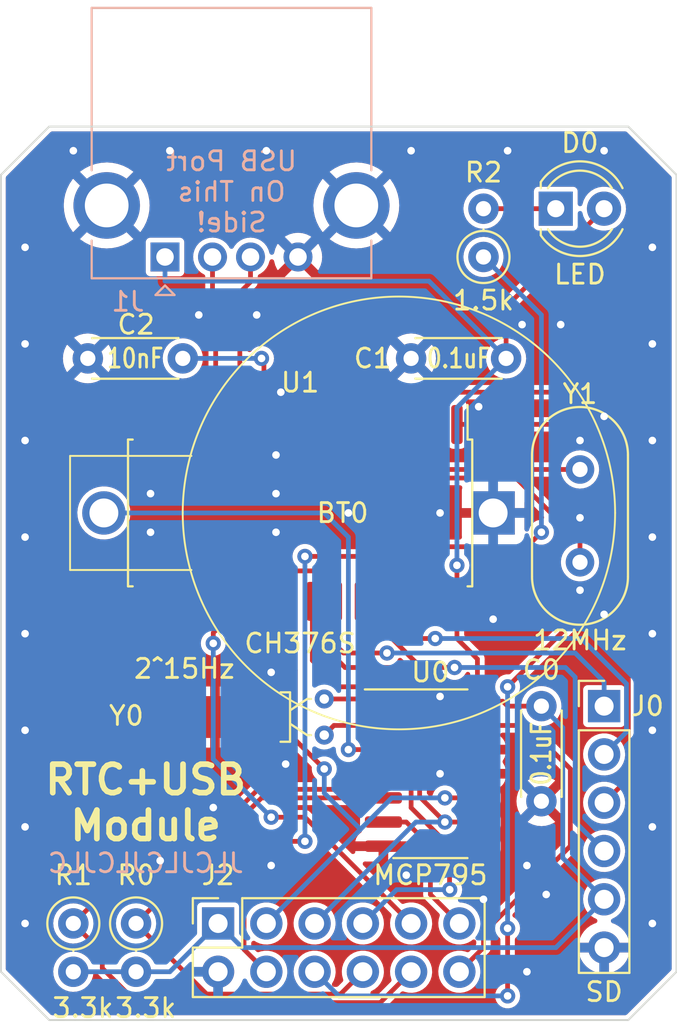
<source format=kicad_pcb>
(kicad_pcb (version 20211014) (generator pcbnew)
  (layers (0 "F.Cu" signal) (31 "B.Cu" signal) (34 "B.Paste" user) (35 "F.Paste" user) (36 "B.SilkS" user "B.Silkscreen") (37 "F.SilkS" user "F.Silkscreen") (38 "B.Mask" user) (39 "F.Mask" user) (44 "Edge.Cuts" user))
  (net 0 "")
  (net 1 "/GND")
  (net 2 "/VBAT")
  (net 3 "Net-(D0-Pad1)")
  (net 4 "/5V")
  (net 5 "/~{SD_SS}")
  (net 6 "/SD_SCK")
  (net 7 "/SD_MOSI")
  (net 8 "/SD_MISO")
  (net 9 "Net-(J1-Pad2)")
  (net 10 "Net-(J1-Pad3)")
  (net 11 "/SCK")
  (net 12 "/~{ACT}")
  (net 13 "/MOSI")
  (net 14 "/~{IRQ0}")
  (net 15 "/MISO")
  (net 16 "/~{IRQ1}")
  (net 17 "/~{SS0}")
  (net 18 "/~{IRQ2}")
  (net 19 "/~{SS1}")
  (net 20 "/CLKOUT")
  (net 25 "/3V3")
  (net 31 "Net-(Y0-Pad1)")
  (net 32 "Net-(Y0-Pad2)")
  (net 33 "Net-(Y1-Pad2)")
  (net 34 "Net-(Y1-Pad1)")
  (footprint "Resistor_THT:R_Axial_DIN0207_L6.3mm_D2.5mm_P2.54mm_Vertical" (layer "F.Cu") (at 137.922 142.24 -90)
    (fp_text reference "R0" (at -2.54 0 180) (layer "F.SilkS"))
    (fp_text value "3.3k" (at 4.445 -0.508 180) (layer "F.SilkS"))
    (fp_line (start 1.37 0) (end 1.44 0) (layer "F.SilkS") (width 0.12))
    (fp_circle (center 0 0) (end 1.37 0) (layer "F.SilkS") (width 0.12) (fill none))
    (pad "1" thru_hole circle (at 0 0 270) (size 1.6 1.6) (drill 0.8) (layers *.Cu *.Mask) (net 16 "/~{IRQ1}"))
    (pad "2" thru_hole oval (at 2.54 0 270) (size 1.6 1.6) (drill 0.8) (layers *.Cu *.Mask) (net 4 "/5V"))
  )
  (footprint "Package_SO:SOIC-14_3.9x8.7mm_P1.27mm" (layer "F.Cu") (at 153.416 134.366)
    (fp_text reference "U0" (at 0 -5.334) (layer "F.SilkS"))
    (fp_text value "MCP795" (at 0 5.334) (layer "F.SilkS"))
    (fp_line (start 0 4.435) (end 1.95 4.435) (layer "F.SilkS") (width 0.12))
    (fp_line (start 0 4.435) (end -1.95 4.435) (layer "F.SilkS") (width 0.12))
    (fp_line (start 0 -4.435) (end -3.45 -4.435) (layer "F.SilkS") (width 0.12))
    (fp_line (start 0 -4.435) (end 1.95 -4.435) (layer "F.SilkS") (width 0.12))
    (pad "1" smd roundrect (at -2.475 -3.81) (size 1.95 0.6) (layers "F.Cu" "F.Paste" "F.Mask") (net 31 "Net-(Y0-Pad1)"))
    (pad "2" smd roundrect (at -2.475 -2.54) (size 1.95 0.6) (layers "F.Cu" "F.Paste" "F.Mask") (net 32 "Net-(Y0-Pad2)"))
    (pad "3" smd roundrect (at -2.475 -1.27) (size 1.95 0.6) (layers "F.Cu" "F.Paste" "F.Mask") (net 2 "/VBAT"))
    (pad "4" smd roundrect (at -2.475 0) (size 1.95 0.6) (layers "F.Cu" "F.Paste" "F.Mask") (net 18 "/~{IRQ2}"))
    (pad "5" smd roundrect (at -2.475 1.27) (size 1.95 0.6) (layers "F.Cu" "F.Paste" "F.Mask") (net 16 "/~{IRQ1}"))
    (pad "6" smd roundrect (at -2.475 2.54) (size 1.95 0.6) (layers "F.Cu" "F.Paste" "F.Mask") (net 19 "/~{SS1}"))
    (pad "7" smd roundrect (at -2.475 3.81) (size 1.95 0.6) (layers "F.Cu" "F.Paste" "F.Mask") (net 1 "/GND"))
    (pad "8" smd roundrect (at 2.475 3.81) (size 1.95 0.6) (layers "F.Cu" "F.Paste" "F.Mask") (net 15 "/MISO"))
    (pad "9" smd roundrect (at 2.475 2.54) (size 1.95 0.6) (layers "F.Cu" "F.Paste" "F.Mask") (net 13 "/MOSI"))
    (pad "10" smd roundrect (at 2.475 1.27) (size 1.95 0.6) (layers "F.Cu" "F.Paste" "F.Mask") (net 11 "/SCK"))
    (pad "11" smd roundrect (at 2.475 0) (size 1.95 0.6) (layers "F.Cu" "F.Paste" "F.Mask") (net 1 "/GND"))
    (pad "12" smd roundrect (at 2.475 -1.27) (size 1.95 0.6) (layers "F.Cu" "F.Paste" "F.Mask") (net 1 "/GND"))
    (pad "13" smd roundrect (at 2.475 -2.54) (size 1.95 0.6) (layers "F.Cu" "F.Paste" "F.Mask") (net 20 "/CLKOUT"))
    (pad "14" smd roundrect (at 2.475 -3.81) (size 1.95 0.6) (layers "F.Cu" "F.Paste" "F.Mask") (net 4 "/5V"))
  )
  (footprint "Capacitor_THT:C_Disc_D4.3mm_W1.9mm_P5.00mm" (layer "F.Cu") (at 152.4 112.522)
    (fp_text reference "C1" (at -2.032 0) (layer "F.SilkS"))
    (fp_text value "0.1uF" (at 2.5 0) (layer "F.SilkS") (effects (font (size 1 0.8))))
    (fp_line (start 0.23 1.055) (end 0.23 1.07) (layer "F.SilkS") (width 0.12))
    (fp_line (start 4.77 -1.07) (end 4.77 -1.055) (layer "F.SilkS") (width 0.12))
    (fp_line (start 0.23 1.07) (end 4.77 1.07) (layer "F.SilkS") (width 0.12))
    (fp_line (start 4.77 1.055) (end 4.77 1.07) (layer "F.SilkS") (width 0.12))
    (fp_line (start 0.23 -1.07) (end 0.23 -1.055) (layer "F.SilkS") (width 0.12))
    (fp_line (start 0.23 -1.07) (end 4.77 -1.07) (layer "F.SilkS") (width 0.12))
    (pad "1" thru_hole circle (at 0 0) (size 1.6 1.6) (drill 0.8) (layers *.Cu *.Mask) (net 1 "/GND"))
    (pad "2" thru_hole circle (at 5 0) (size 1.6 1.6) (drill 0.8) (layers *.Cu *.Mask) (net 4 "/5V"))
  )
  (footprint "LED_THT:LED_D4.0mm" (layer "F.Cu") (at 160.015 104.648)
    (fp_text reference "D0" (at 1.27 -3.46) (layer "F.SilkS"))
    (fp_text value "LED" (at 1.27 3.46) (layer "F.SilkS"))
    (fp_line (start -0.79 -1.399) (end -0.79 -1.08) (layer "F.SilkS") (width 0.12))
    (fp_line (start -0.79 1.08) (end -0.79 1.399) (layer "F.SilkS") (width 0.12))
    (fp_arc (start 3.513242 1.080724) (mid 1.453519 2.483228) (end -0.79 1.398749) (layer "F.SilkS") (width 0.12))
    (fp_arc (start 2.952713 1.080961) (mid 1.269429 2) (end -0.41333 1.08) (layer "F.SilkS") (width 0.12))
    (fp_arc (start -0.41333 -1.08) (mid 1.269429 -2) (end 2.952713 -1.080961) (layer "F.SilkS") (width 0.12))
    (fp_arc (start -0.79 -1.398749) (mid 1.453519 -2.483228) (end 3.513242 -1.080724) (layer "F.SilkS") (width 0.12))
    (pad "1" thru_hole rect (at 0 0) (size 1.8 1.8) (drill 0.9) (layers *.Cu *.Mask) (net 3 "Net-(D0-Pad1)"))
    (pad "2" thru_hole circle (at 2.54 0) (size 1.8 1.8) (drill 0.9) (layers *.Cu *.Mask) (net 4 "/5V"))
  )
  (footprint "USB_RTC_Module:CR2032" (layer "F.Cu") (at 156.718 120.65 180)
    (fp_text reference "BT0" (at 7.925 0) (layer "F.SilkS"))
    (fp_text value "CR2032" hide)
    (fp_line (start 22.27 -3) (end 22.27 3) (layer "F.SilkS") (width 0.1))
    (fp_line (start -6.42 0) (end -6.42 0) (layer "F.SilkS") (width 0.1))
    (fp_line (start 16.34 0) (end 16.34 0) (layer "F.SilkS") (width 0.1))
    (fp_line (start 22.27 3) (end 15.88 3) (layer "F.SilkS") (width 0.1))
    (fp_line (start 15.88 -3) (end 22.27 -3) (layer "F.SilkS") (width 0.1))
    (fp_arc (start -6.42 0) (mid 4.96 -11.38) (end 16.34 0) (layer "F.SilkS") (width 0.1))
    (fp_arc (start 16.34 0) (mid 4.96 11.38) (end -6.42 0) (layer "F.SilkS") (width 0.1))
    (pad "1" thru_hole rect (at 0 0 180) (size 2.28 2.28) (drill 1.52) (layers *.Cu *.Mask) (net 1 "/GND"))
    (pad "2" thru_hole circle (at 20.49 0 180) (size 2.28 2.28) (drill 1.52) (layers *.Cu *.Mask) (net 2 "/VBAT"))
  )
  (footprint "Capacitor_THT:C_Disc_D4.3mm_W1.9mm_P5.00mm" (layer "F.Cu") (at 159.258 135.81 90)
    (fp_text reference "C0" (at 6.905 0 180) (layer "F.SilkS"))
    (fp_text value "0.1uF" (at 2.5 0 90) (layer "F.SilkS") (effects (font (size 1 0.8))))
    (fp_line (start 0.23 1.055) (end 0.23 1.07) (layer "F.SilkS") (width 0.12))
    (fp_line (start 0.23 -1.07) (end 0.23 -1.055) (layer "F.SilkS") (width 0.12))
    (fp_line (start 4.77 -1.07) (end 4.77 -1.055) (layer "F.SilkS") (width 0.12))
    (fp_line (start 0.23 1.07) (end 4.77 1.07) (layer "F.SilkS") (width 0.12))
    (fp_line (start 4.77 1.055) (end 4.77 1.07) (layer "F.SilkS") (width 0.12))
    (fp_line (start 0.23 -1.07) (end 4.77 -1.07) (layer "F.SilkS") (width 0.12))
    (pad "1" thru_hole circle (at 0 0 90) (size 1.6 1.6) (drill 0.8) (layers *.Cu *.Mask) (net 1 "/GND"))
    (pad "2" thru_hole circle (at 5 0 90) (size 1.6 1.6) (drill 0.8) (layers *.Cu *.Mask) (net 4 "/5V"))
  )
  (footprint "Connector_PinSocket_2.54mm:PinSocket_2x06_P2.54mm_Vertical" (layer "F.Cu") (at 142.24 142.24 90)
    (fp_text reference "J2" (at 2.54 0 180) (layer "F.SilkS"))
    (fp_text value "MAIN")
    (fp_line (start -1.27 -1.33) (end -1.27 1.27) (layer "F.SilkS") (width 0.12))
    (fp_line (start -3.87 -1.33) (end -3.87 14.03) (layer "F.SilkS") (width 0.12))
    (fp_line (start -1.27 1.27) (end 1.33 1.27) (layer "F.SilkS") (width 0.12))
    (fp_line (start 1.33 1.27) (end 1.33 14.03) (layer "F.SilkS") (width 0.12))
    (fp_line (start 1.33 -1.33) (end 1.33 0) (layer "F.SilkS") (width 0.12))
    (fp_line (start 0 -1.33) (end 1.33 -1.33) (layer "F.SilkS") (width 0.12))
    (fp_line (start -3.87 -1.33) (end -1.27 -1.33) (layer "F.SilkS") (width 0.12))
    (fp_line (start -3.87 14.03) (end 1.33 14.03) (layer "F.SilkS") (width 0.12))
    (pad "1" thru_hole rect (at 0 0 90) (size 1.7 1.7) (drill 1) (layers *.Cu *.Mask) (net 4 "/5V"))
    (pad "2" thru_hole oval (at -2.54 0 90) (size 1.7 1.7) (drill 1) (layers *.Cu *.Mask) (net 1 "/GND"))
    (pad "3" thru_hole oval (at 0 2.54 90) (size 1.7 1.7) (drill 1) (layers *.Cu *.Mask) (net 11 "/SCK"))
    (pad "4" thru_hole oval (at -2.54 2.54 90) (size 1.7 1.7) (drill 1) (layers *.Cu *.Mask) (net 12 "/~{ACT}"))
    (pad "5" thru_hole oval (at 0 5.08 90) (size 1.7 1.7) (drill 1) (layers *.Cu *.Mask) (net 13 "/MOSI"))
    (pad "6" thru_hole oval (at -2.54 5.08 90) (size 1.7 1.7) (drill 1) (layers *.Cu *.Mask) (net 14 "/~{IRQ0}"))
    (pad "7" thru_hole oval (at 0 7.62 90) (size 1.7 1.7) (drill 1) (layers *.Cu *.Mask) (net 15 "/MISO"))
    (pad "8" thru_hole oval (at -2.54 7.62 90) (size 1.7 1.7) (drill 1) (layers *.Cu *.Mask) (net 16 "/~{IRQ1}"))
    (pad "9" thru_hole oval (at 0 10.16 90) (size 1.7 1.7) (drill 1) (layers *.Cu *.Mask) (net 17 "/~{SS0}"))
    (pad "10" thru_hole oval (at -2.54 10.16 90) (size 1.7 1.7) (drill 1) (layers *.Cu *.Mask) (net 18 "/~{IRQ2}"))
    (pad "11" thru_hole oval (at 0 12.7 90) (size 1.7 1.7) (drill 1) (layers *.Cu *.Mask) (net 19 "/~{SS1}"))
    (pad "12" thru_hole oval (at -2.54 12.7 90) (size 1.7 1.7) (drill 1) (layers *.Cu *.Mask) (net 20 "/CLKOUT"))
  )
  (footprint "Crystal:Crystal_C26-LF_D2.1mm_L6.5mm_Horizontal_1EP_style1" (layer "F.Cu") (at 147.828 130.434 -90)
    (fp_text reference "Y0" (at 0.884 10.414) (layer "F.SilkS"))
    (fp_text value "2^15Hz" (at -1.59 7.366) (layer "F.SilkS"))
    (fp_line (start 1.3 1.8) (end 1.9 0.9) (layer "F.SilkS") (width 0.12))
    (fp_line (start 0 0.9) (end 0 0.7) (layer "F.SilkS") (width 0.12))
    (fp_line (start 0.6 1.8) (end 0 0.9) (layer "F.SilkS") (width 0.12))
    (fp_line (start 2.25 1.8) (end 2.25 2.3) (layer "F.SilkS") (width 0.12))
    (fp_line (start -0.35 2.3) (end -0.35 1.8) (layer "F.SilkS") (width 0.12))
    (fp_line (start -0.35 1.8) (end 2.25 1.8) (layer "F.SilkS") (width 0.12))
    (fp_line (start 1.9 0.9) (end 1.9 0.7) (layer "F.SilkS") (width 0.12))
    (pad "1" thru_hole circle (at 0 0 270) (size 1 1) (drill 0.5) (layers *.Cu *.Mask) (net 31 "Net-(Y0-Pad1)"))
    (pad "2" thru_hole circle (at 1.9 0 270) (size 1 1) (drill 0.5) (layers *.Cu *.Mask) (net 32 "Net-(Y0-Pad2)"))
    (pad "3" smd rect (at 0.95 5.75 270) (size 2.2 6.5) (layers "F.Cu" "F.Paste" "F.Mask") (net 1 "/GND"))
  )
  (footprint "Resistor_THT:R_Axial_DIN0207_L6.3mm_D2.5mm_P2.54mm_Vertical" (layer "F.Cu") (at 134.62 142.24 -90)
    (fp_text reference "R1" (at -2.54 0 180) (layer "F.SilkS"))
    (fp_text value "3.3k" (at 4.445 -0.508 180) (layer "F.SilkS"))
    (fp_line (start 1.37 0) (end 1.44 0) (layer "F.SilkS") (width 0.12))
    (fp_circle (center 0 0) (end 1.37 0) (layer "F.SilkS") (width 0.12) (fill none))
    (pad "1" thru_hole circle (at 0 0 270) (size 1.6 1.6) (drill 0.8) (layers *.Cu *.Mask) (net 18 "/~{IRQ2}"))
    (pad "2" thru_hole oval (at 2.54 0 270) (size 1.6 1.6) (drill 0.8) (layers *.Cu *.Mask) (net 4 "/5V"))
  )
  (footprint "Connector_PinHeader_2.54mm:PinHeader_1x06_P2.54mm_Vertical" (layer "F.Cu") (at 162.56 130.81)
    (fp_text reference "J0" (at 2.286 0) (layer "F.SilkS"))
    (fp_text value "SD" (at 0 15.03) (layer "F.SilkS"))
    (fp_line (start 1.33 1.27) (end 1.33 14.03) (layer "F.SilkS") (width 0.12))
    (fp_line (start -1.33 1.27) (end -1.33 14.03) (layer "F.SilkS") (width 0.12))
    (fp_line (start -1.33 -1.33) (end 0 -1.33) (layer "F.SilkS") (width 0.12))
    (fp_line (start -1.33 1.27) (end 1.33 1.27) (layer "F.SilkS") (width 0.12))
    (fp_line (start -1.33 14.03) (end 1.33 14.03) (layer "F.SilkS") (width 0.12))
    (fp_line (start -1.33 0) (end -1.33 -1.33) (layer "F.SilkS") (width 0.12))
    (pad "1" thru_hole rect (at 0 0) (size 1.7 1.7) (drill 1) (layers *.Cu *.Mask) (net 5 "/~{SD_SS}"))
    (pad "2" thru_hole oval (at 0 2.54) (size 1.7 1.7) (drill 1) (layers *.Cu *.Mask) (net 6 "/SD_SCK"))
    (pad "3" thru_hole oval (at 0 5.08) (size 1.7 1.7) (drill 1) (layers *.Cu *.Mask) (net 7 "/SD_MOSI"))
    (pad "4" thru_hole oval (at 0 7.62) (size 1.7 1.7) (drill 1) (layers *.Cu *.Mask) (net 8 "/SD_MISO"))
    (pad "5" thru_hole oval (at 0 10.16) (size 1.7 1.7) (drill 1) (layers *.Cu *.Mask) (net 4 "/5V"))
    (pad "6" thru_hole oval (at 0 12.7) (size 1.7 1.7) (drill 1) (layers *.Cu *.Mask) (net 1 "/GND"))
  )
  (footprint "Resistor_THT:R_Axial_DIN0207_L6.3mm_D2.5mm_P2.54mm_Vertical" (layer "F.Cu") (at 156.21 107.188 90)
    (fp_text reference "R2" (at 4.445 0 180) (layer "F.SilkS"))
    (fp_text value "1.5k" (at -2.286 0 180) (layer "F.SilkS"))
    (fp_line (start 1.37 0) (end 1.44 0) (layer "F.SilkS") (width 0.12))
    (fp_circle (center 0 0) (end 1.37 0) (layer "F.SilkS") (width 0.12) (fill none))
    (pad "1" thru_hole circle (at 0 0 90) (size 1.6 1.6) (drill 0.8) (layers *.Cu *.Mask) (net 12 "/~{ACT}"))
    (pad "2" thru_hole oval (at 2.54 0 90) (size 1.6 1.6) (drill 0.8) (layers *.Cu *.Mask) (net 3 "Net-(D0-Pad1)"))
  )
  (footprint "Crystal:Crystal_HC49-4H_Vertical" (layer "F.Cu") (at 161.29 123.244 90)
    (fp_text reference "Y1" (at 8.85 0 180) (layer "F.SilkS"))
    (fp_text value "12MHz" (at -4.104 0 180) (layer "F.SilkS"))
    (fp_line (start -0.76 -2.525) (end 5.64 -2.525) (layer "F.SilkS") (width 0.12))
    (fp_line (start -0.76 2.525) (end 5.64 2.525) (layer "F.SilkS") (width 0.12))
    (fp_arc (start 5.64 -2.525) (mid 8.165 0) (end 5.64 2.525) (layer "F.SilkS") (width 0.12))
    (fp_arc (start -0.76 2.525) (mid -3.285 0) (end -0.76 -2.525) (layer "F.SilkS") (width 0.12))
    (pad "1" thru_hole circle (at 0 0 90) (size 1.5 1.5) (drill 0.8) (layers *.Cu *.Mask) (net 34 "Net-(Y1-Pad1)"))
    (pad "2" thru_hole circle (at 4.88 0 90) (size 1.5 1.5) (drill 0.8) (layers *.Cu *.Mask) (net 33 "Net-(Y1-Pad2)"))
  )
  (footprint "Capacitor_THT:C_Disc_D4.3mm_W1.9mm_P5.00mm" (layer "F.Cu") (at 135.382 112.522)
    (fp_text reference "C2" (at 2.54 -1.778) (layer "F.SilkS"))
    (fp_text value "10nF" (at 2.5 0) (layer "F.SilkS") (effects (font (size 1 0.8))))
    (fp_line (start 0.23 1.07) (end 4.77 1.07) (layer "F.SilkS") (width 0.12))
    (fp_line (start 4.77 1.055) (end 4.77 1.07) (layer "F.SilkS") (width 0.12))
    (fp_line (start 0.23 -1.07) (end 4.77 -1.07) (layer "F.SilkS") (width 0.12))
    (fp_line (start 0.23 -1.07) (end 0.23 -1.055) (layer "F.SilkS") (width 0.12))
    (fp_line (start 4.77 -1.07) (end 4.77 -1.055) (layer "F.SilkS") (width 0.12))
    (fp_line (start 0.23 1.055) (end 0.23 1.07) (layer "F.SilkS") (width 0.12))
    (pad "1" thru_hole circle (at 0 0) (size 1.6 1.6) (drill 0.8) (layers *.Cu *.Mask) (net 1 "/GND"))
    (pad "2" thru_hole circle (at 5 0) (size 1.6 1.6) (drill 0.8) (layers *.Cu *.Mask) (net 25 "/3V3"))
  )
  (footprint "Package_SO:SOIC-28W_7.5x17.9mm_P1.27mm" (layer "F.Cu") (at 146.558 120.65 -90)
    (fp_text reference "U1" (at -6.858 0 180) (layer "F.SilkS"))
    (fp_text value "CH376S" (at 6.858 0 180) (layer "F.SilkS"))
    (fp_line (start 0 -9.06) (end -3.86 -9.06) (layer "F.SilkS") (width 0.12))
    (fp_line (start -3.86 -8.815) (end -5.675 -8.815) (layer "F.SilkS") (width 0.12))
    (fp_line (start 3.86 9.06) (end 3.86 8.815) (layer "F.SilkS") (width 0.12))
    (fp_line (start -3.86 -9.06) (end -3.86 -8.815) (layer "F.SilkS") (width 0.12))
    (fp_line (start 0 -9.06) (end 3.86 -9.06) (layer "F.SilkS") (width 0.12))
    (fp_line (start 3.86 -9.06) (end 3.86 -8.815) (layer "F.SilkS") (width 0.12))
    (fp_line (start 0 9.06) (end -3.86 9.06) (layer "F.SilkS") (width 0.12))
    (fp_line (start 0 9.06) (end 3.86 9.06) (layer "F.SilkS") (width 0.12))
    (fp_line (start -3.86 9.06) (end -3.86 8.815) (layer "F.SilkS") (width 0.12))
    (pad "1" smd roundrect (at -4.65 -8.255 270) (size 2.05 0.6) (layers "F.Cu" "F.Paste" "F.Mask") (net 14 "/~{IRQ0}"))
    (pad "2" smd roundrect (at -4.65 -6.985 270) (size 2.05 0.6) (layers "F.Cu" "F.Paste" "F.Mask"))
    (pad "3" smd roundrect (at -4.65 -5.715 270) (size 2.05 0.6) (layers "F.Cu" "F.Paste" "F.Mask") (net 1 "/GND"))
    (pad "4" smd roundrect (at -4.65 -4.445 270) (size 2.05 0.6) (layers "F.Cu" "F.Paste" "F.Mask") (net 1 "/GND"))
    (pad "5" smd roundrect (at -4.65 -3.175 270) (size 2.05 0.6) (layers "F.Cu" "F.Paste" "F.Mask"))
    (pad "6" smd roundrect (at -4.65 -1.905 270) (size 2.05 0.6) (layers "F.Cu" "F.Paste" "F.Mask"))
    (pad "7" smd roundrect (at -4.65 -0.635 270) (size 2.05 0.6) (layers "F.Cu" "F.Paste" "F.Mask") (net 7 "/SD_MOSI"))
    (pad "8" smd roundrect (at -4.65 0.635 270) (size 2.05 0.6) (layers "F.Cu" "F.Paste" "F.Mask"))
    (pad "9" smd roundrect (at -4.65 1.905 270) (size 2.05 0.6) (layers "F.Cu" "F.Paste" "F.Mask") (net 25 "/3V3"))
    (pad "10" smd roundrect (at -4.65 3.175 270) (size 2.05 0.6) (layers "F.Cu" "F.Paste" "F.Mask") (net 10 "Net-(J1-Pad3)"))
    (pad "11" smd roundrect (at -4.65 4.445 270) (size 2.05 0.6) (layers "F.Cu" "F.Paste" "F.Mask") (net 9 "Net-(J1-Pad2)"))
    (pad "12" smd roundrect (at -4.65 5.715 270) (size 2.05 0.6) (layers "F.Cu" "F.Paste" "F.Mask") (net 1 "/GND"))
    (pad "13" smd roundrect (at -4.65 6.985 270) (size 2.05 0.6) (layers "F.Cu" "F.Paste" "F.Mask") (net 33 "Net-(Y1-Pad2)"))
    (pad "14" smd roundrect (at -4.65 8.255 270) (size 2.05 0.6) (layers "F.Cu" "F.Paste" "F.Mask") (net 34 "Net-(Y1-Pad1)"))
    (pad "15" smd roundrect (at 4.65 8.255 270) (size 2.05 0.6) (layers "F.Cu" "F.Paste" "F.Mask"))
    (pad "16" smd roundrect (at 4.65 6.985 270) (size 2.05 0.6) (layers "F.Cu" "F.Paste" "F.Mask"))
    (pad "17" smd roundrect (at 4.65 5.715 270) (size 2.05 0.6) (layers "F.Cu" "F.Paste" "F.Mask"))
    (pad "18" smd roundrect (at 4.65 4.445 270) (size 2.05 0.6) (layers "F.Cu" "F.Paste" "F.Mask") (net 17 "/~{SS0}"))
    (pad "19" smd roundrect (at 4.65 3.175 270) (size 2.05 0.6) (layers "F.Cu" "F.Paste" "F.Mask"))
    (pad "20" smd roundrect (at 4.65 1.905 270) (size 2.05 0.6) (layers "F.Cu" "F.Paste" "F.Mask") (net 11 "/SCK"))
    (pad "21" smd roundrect (at 4.65 0.635 270) (size 2.05 0.6) (layers "F.Cu" "F.Paste" "F.Mask") (net 13 "/MOSI"))
    (pad "22" smd roundrect (at 4.65 -0.635 270) (size 2.05 0.6) (layers "F.Cu" "F.Paste" "F.Mask") (net 15 "/MISO"))
    (pad "23" smd roundrect (at 4.65 -1.905 270) (size 2.05 0.6) (layers "F.Cu" "F.Paste" "F.Mask") (net 5 "/~{SD_SS}"))
    (pad "24" smd roundrect (at 4.65 -3.175 270) (size 2.05 0.6) (layers "F.Cu" "F.Paste" "F.Mask") (net 12 "/~{ACT}"))
    (pad "25" smd roundrect (at 4.65 -4.445 270) (size 2.05 0.6) (layers "F.Cu" "F.Paste" "F.Mask") (net 8 "/SD_MISO"))
    (pad "26" smd roundrect (at 4.65 -5.715 270) (size 2.05 0.6) (layers "F.Cu" "F.Paste" "F.Mask") (net 6 "/SD_SCK"))
    (pad "27" smd roundrect (at 4.65 -6.985 270) (size 2.05 0.6) (layers "F.Cu" "F.Paste" "F.Mask"))
    (pad "28" smd roundrect (at 4.65 -8.255 270) (size 2.05 0.6) (layers "F.Cu" "F.Paste" "F.Mask") (net 4 "/5V"))
  )
  (footprint "Connector_USB:USB_A_CONNFLY_DS1095-WNR0" (layer "B.Cu") (at 139.446 107.188)
    (fp_text reference "J1" (at -1.95 2.35) (layer "B.SilkS") (effects (justify mirror)))
    (fp_text value "USB_A")
    (fp_line (start -3.86 -4.56) (end -3.86 -13.1) (layer "B.SilkS") (width 0.12))
    (fp_line (start 10.86 -0.86) (end 10.86 1.12) (layer "B.SilkS") (width 0.12))
    (fp_line (start 0 1.5) (end 0.5 2) (layer "B.SilkS") (width 0.12))
    (fp_line (start -3.86 1.12) (end -3.86 -0.86) (layer "B.SilkS") (width 0.12))
    (fp_line (start -3.86 1.12) (end 10.86 1.12) (layer "B.SilkS") (width 0.12))
    (fp_line (start 0.5 2) (end -0.5 2) (layer "B.SilkS") (width 0.12))
    (fp_line (start 10.86 -4.56) (end 10.86 -13.1) (layer "B.SilkS") (width 0.12))
    (fp_line (start -3.86 -13.1) (end 10.86 -13.1) (layer "B.SilkS") (width 0.12))
    (fp_line (start -0.5 2) (end 0 1.5) (layer "B.SilkS") (width 0.12))
    (pad "1" thru_hole rect (at 0 0) (size 1.524 1.524) (drill 0.92) (layers *.Cu *.Mask) (net 4 "/5V"))
    (pad "2" thru_hole circle (at 2.5 0) (size 1.524 1.524) (drill 0.92) (layers *.Cu *.Mask) (net 9 "Net-(J1-Pad2)"))
    (pad "3" thru_hole circle (at 4.5 0) (size 1.524 1.524) (drill 0.92) (layers *.Cu *.Mask) (net 10 "Net-(J1-Pad3)"))
    (pad "4" thru_hole circle (at 7 0) (size 1.524 1.524) (drill 0.92) (layers *.Cu *.Mask) (net 1 "/GND"))
    (pad "5" thru_hole circle (at -3.07 -2.71) (size 3.5 3.5) (drill 2.3) (layers *.Cu *.Mask) (net 1 "/GND"))
    (pad "5" thru_hole circle (at 10.07 -2.71) (size 3.5 3.5) (drill 2.3) (layers *.Cu *.Mask) (net 1 "/GND"))
  )
  (gr_line (start 163.83 147.32) (end 166.37 144.78) (layer "Edge.Cuts") (width 0.1))
  (gr_line (start 130.81 102.87) (end 133.35 100.33) (layer "Edge.Cuts") (width 0.1))
  (gr_line (start 163.83 100.33) (end 166.37 102.87) (layer "Edge.Cuts") (width 0.1))
  (gr_line (start 130.81 144.78) (end 130.81 102.87) (layer "Edge.Cuts") (width 0.1))
  (gr_line (start 133.35 100.33) (end 163.83 100.33) (layer "Edge.Cuts") (width 0.1))
  (gr_line (start 133.35 147.32) (end 163.83 147.32) (layer "Edge.Cuts") (width 0.1))
  (gr_line (start 166.37 102.87) (end 166.37 144.78) (layer "Edge.Cuts") (width 0.1))
  (gr_line (start 133.35 147.32) (end 130.81 144.78) (layer "Edge.Cuts") (width 0.1))
  (gr_text "JLCJLCJLCJLC" (at 138.43 139.065) (layer "B.SilkS") (effects (font (size 1 1)) (justify mirror)))
  (gr_text "USB Port\nOn This\nSide!" (at 142.9512 103.759) (layer "B.SilkS") (effects (font (size 1 1)) (justify mirror)))
  (gr_text "RTC+USB\nModule" (at 138.43 135.89) (layer "F.SilkS") (effects (font (size 1.5 1.5) (thickness 0.3))))
  (via (at 157.48 101.6) (size 0.8) (drill 0.4) (layers "F.Cu" "B.Cu") (net 1))
  (via (at 145.034 129.032) (size 0.8) (drill 0.4) (layers "F.Cu" "B.Cu") (net 1))
  (via (at 153.924 130.302) (size 0.8) (drill 0.4) (layers "F.Cu" "B.Cu") (net 1))
  (via (at 145.796 133.858) (size 0.8) (drill 0.4) (layers "F.Cu" "B.Cu") (net 1))
  (via (at 132.08 137.16) (size 0.8) (drill 0.4) (layers "F.Cu" "B.Cu") (net 1))
  (via (at 132.08 111.76) (size 0.8) (drill 0.4) (layers "F.Cu" "B.Cu") (net 1))
  (via (at 145.288 121.666) (size 0.8) (drill 0.4) (layers "F.Cu" "B.Cu") (net 1))
  (via (at 155.956 115.062) (size 0.8) (drill 0.4) (layers "F.Cu" "B.Cu") (net 1))
  (via (at 149.098 120.65) (size 0.8) (drill 0.4) (layers "F.Cu" "B.Cu") (net 1))
  (via (at 145.034 139.192) (size 0.8) (drill 0.4) (layers "F.Cu" "B.Cu") (net 1))
  (via (at 138.684 119.634) (size 0.8) (drill 0.4) (layers "F.Cu" "B.Cu") (net 1))
  (via (at 160.274 110.744) (size 0.8) (drill 0.4) (layers "F.Cu" "B.Cu") (net 1))
  (via (at 145.542 114.3) (size 0.8) (drill 0.4) (layers "F.Cu" "B.Cu") (net 1))
  (via (at 139.7 101.6) (size 0.8) (drill 0.4) (layers "F.Cu" "B.Cu") (net 1))
  (via (at 165.1 116.84) (size 0.8) (drill 0.4) (layers "F.Cu" "B.Cu") (net 1))
  (via (at 144.272 110.236) (size 0.8) (drill 0.4) (layers "F.Cu" "B.Cu") (net 1))
  (via (at 161.29 120.904) (size 0.8) (drill 0.4) (layers "F.Cu" "B.Cu") (net 1))
  (via (at 145.288 119.634) (size 0.8) (drill 0.4) (layers "F.Cu" "B.Cu") (net 1))
  (via (at 162.56 125.984) (size 0.8) (drill 0.4) (layers "F.Cu" "B.Cu") (net 1))
  (via (at 159.512 140.716) (size 0.8) (drill 0.4) (layers "F.Cu" "B.Cu") (net 1))
  (via (at 132.08 116.84) (size 0.8) (drill 0.4) (layers "F.Cu" "B.Cu") (net 1))
  (via (at 139.192 138.938) (size 0.8) (drill 0.4) (layers "F.Cu" "B.Cu") (net 1))
  (via (at 165.1 132.08) (size 0.8) (drill 0.4) (layers "F.Cu" "B.Cu") (net 1))
  (via (at 153.924 134.366) (size 0.8) (drill 0.4) (layers "F.Cu" "B.Cu") (net 1))
  (via (at 165.1 106.68) (size 0.8) (drill 0.4) (layers "F.Cu" "B.Cu") (net 1))
  (via (at 158.496 144.78) (size 0.8) (drill 0.4) (layers "F.Cu" "B.Cu") (net 1))
  (via (at 152.146 139.7) (size 0.8) (drill 0.4) (layers "F.Cu" "B.Cu") (net 1))
  (via (at 138.684 121.666) (size 0.8) (drill 0.4) (layers "F.Cu" "B.Cu") (net 1))
  (via (at 158.496 139.192) (size 0.8) (drill 0.4) (layers "F.Cu" "B.Cu") (net 1))
  (via (at 162.56 115.57) (size 0.8) (drill 0.4) (layers "F.Cu" "B.Cu") (net 1))
  (via (at 153.924 120.65) (size 0.8) (drill 0.4) (layers "F.Cu" "B.Cu") (net 1))
  (via (at 134.62 101.6) (size 0.8) (drill 0.4) (layers "F.Cu" "B.Cu") (net 1))
  (via (at 165.1 121.92) (size 0.8) (drill 0.4) (layers "F.Cu" "B.Cu") (net 1))
  (via (at 141.986 136.144) (size 0.8) (drill 0.4) (layers "F.Cu" "B.Cu") (net 1))
  (via (at 156.21 140.97) (size 0.8) (drill 0.4) (layers "F.Cu" "B.Cu") (net 1))
  (via (at 161.29 116.84) (size 0.8) (drill 0.4) (layers "F.Cu" "B.Cu") (net 1))
  (via (at 162.56 101.6) (size 0.8) (drill 0.4) (layers "F.Cu" "B.Cu") (net 1))
  (via (at 165.1 137.16) (size 0.8) (drill 0.4) (layers "F.Cu" "B.Cu") (net 1))
  (via (at 165.1 142.24) (size 0.8) (drill 0.4) (layers "F.Cu" "B.Cu") (net 1))
  (via (at 145.288 117.602) (size 0.8) (drill 0.4) (layers "F.Cu" "B.Cu") (net 1))
  (via (at 165.1 111.76) (size 0.8) (drill 0.4) (layers "F.Cu" "B.Cu") (net 1))
  (via (at 132.08 121.92) (size 0.8) (drill 0.4) (layers "F.Cu" "B.Cu") (net 1))
  (via (at 144.78 101.6) (size 0.8) (drill 0.4) (layers "F.Cu" "B.Cu") (net 1))
  (via (at 156.718 126.238) (size 0.8) (drill 0.4) (layers "F.Cu" "B.Cu") (net 1))
  (via (at 161.29 124.714) (size 0.8) (drill 0.4) (layers "F.Cu" "B.Cu") (net 1))
  (via (at 132.08 106.68) (size 0.8) (drill 0.4) (layers "F.Cu" "B.Cu") (net 1))
  (via (at 132.08 142.24) (size 0.8) (drill 0.4) (layers "F.Cu" "B.Cu") (net 1))
  (via (at 132.08 132.08) (size 0.8) (drill 0.4) (layers "F.Cu" "B.Cu") (net 1))
  (via (at 165.1 127) (size 0.8) (drill 0.4) (layers "F.Cu" "B.Cu") (net 1))
  (via (at 141.224 110.236) (size 0.8) (drill 0.4) (layers "F.Cu" "B.Cu") (net 1))
  (via (at 132.08 127) (size 0.8) (drill 0.4) (layers "F.Cu" "B.Cu") (net 1))
  (via (at 152.4 101.6) (size 0.8) (drill 0.4) (layers "F.Cu" "B.Cu") (net 1))
  (via (at 158.242 110.744) (size 0.8) (drill 0.4) (layers "F.Cu" "B.Cu") (net 1))
  (segment (start 150.941 133.096) (end 149.098 133.096) (width 0.25) (layer "F.Cu") (net 2))
  (via (at 149.098 133.096) (size 0.8) (drill 0.4) (layers "F.Cu" "B.Cu") (net 2))
  (segment (start 147.828 120.65) (end 136.144 120.65) (width 0.25) (layer "B.Cu") (net 2))
  (segment (start 149.098 121.92) (end 147.828 120.65) (width 0.25) (layer "B.Cu") (net 2))
  (segment (start 149.098 133.096) (end 149.098 121.92) (width 0.25) (layer "B.Cu") (net 2))
  (segment (start 156.21 104.648) (end 160.02 104.648) (width 0.25) (layer "F.Cu") (net 3))
  (segment (start 157.4 109.808) (end 162.56 104.648) (width 0.25) (layer "F.Cu") (net 4))
  (segment (start 155.891 130.556) (end 155.891 128.335456) (width 0.25) (layer "F.Cu") (net 4))
  (segment (start 157.4 112.522) (end 157.4 109.808) (width 0.25) (layer "F.Cu") (net 4))
  (segment (start 157.226 130.556) (end 157.48 130.81) (width 0.25) (layer "F.Cu") (net 4))
  (segment (start 155.891 128.335456) (end 154.813366 127.257822) (width 0.25) (layer "F.Cu") (net 4))
  (segment (start 154.812633 123.403847) (end 154.812633 125.349367) (width 0.25) (layer "F.Cu") (net 4))
  (segment (start 154.813366 127.257822) (end 154.813366 125.348634) (width 0.25) (layer "F.Cu") (net 4))
  (segment (start 155.956 130.556) (end 157.226 130.556) (width 0.25) (layer "F.Cu") (net 4))
  (segment (start 157.48 130.81) (end 159.258 130.81) (width 0.25) (layer "F.Cu") (net 4))
  (via (at 154.812633 123.403847) (size 0.8) (drill 0.4) (layers "F.Cu" "B.Cu") (net 4))
  (segment (start 154.178 143.51) (end 160.02 143.51) (width 0.25) (layer "B.Cu") (net 4))
  (segment (start 154.812633 115.109367) (end 154.812633 123.403847) (width 0.25) (layer "B.Cu") (net 4))
  (segment (start 139.446 107.188) (end 139.446 108.458) (width 0.25) (layer "B.Cu") (net 4))
  (segment (start 157.4 112.522) (end 154.812633 115.109367) (width 0.25) (layer "B.Cu") (net 4))
  (segment (start 139.7 144.78) (end 142.24 142.24) (width 0.25) (layer "B.Cu") (net 4))
  (segment (start 160.382511 131.934511) (end 160.382511 138.792511) (width 0.25) (layer "B.Cu") (net 4))
  (segment (start 139.446 108.458) (end 153.340501 108.458) (width 0.25) (layer "B.Cu") (net 4))
  (segment (start 159.258 130.81) (end 160.382511 131.934511) (width 0.25) (layer "B.Cu") (net 4))
  (segment (start 160.382511 138.792511) (end 162.56 140.97) (width 0.25) (layer "B.Cu") (net 4))
  (segment (start 142.24 142.24) (end 143.51 143.51) (width 0.25) (layer "B.Cu") (net 4))
  (segment (start 153.340501 108.458) (end 157.401755 112.519254) (width 0.25) (layer "B.Cu") (net 4))
  (segment (start 137.922 144.78) (end 139.7 144.78) (width 0.25) (layer "B.Cu") (net 4))
  (segment (start 134.62 144.78) (end 137.922 144.78) (width 0.25) (layer "B.Cu") (net 4))
  (segment (start 143.51 143.51) (end 154.178 143.51) (width 0.25) (layer "B.Cu") (net 4))
  (segment (start 160.02 143.51) (end 162.56 140.97) (width 0.25) (layer "B.Cu") (net 4))
  (segment (start 148.844 128.016) (end 151.13 128.016) (width 0.25) (layer "F.Cu") (net 5))
  (segment (start 148.463 125.3) (end 148.463 127.635) (width 0.25) (layer "F.Cu") (net 5))
  (segment (start 148.463 127.635) (end 148.844 128.016) (width 0.25) (layer "F.Cu") (net 5))
  (via (at 151.13 128.016) (size 0.8) (drill 0.4) (layers "F.Cu" "B.Cu") (net 5))
  (segment (start 151.13 128.016) (end 161.036 128.016) (width 0.25) (layer "B.Cu") (net 5))
  (segment (start 162.56 129.54) (end 162.56 130.81) (width 0.25) (layer "B.Cu") (net 5))
  (segment (start 161.036 128.016) (end 162.56 129.54) (width 0.25) (layer "B.Cu") (net 5))
  (segment (start 152.273 127.127) (end 152.4 127.254) (width 0.25) (layer "F.Cu") (net 6))
  (segment (start 152.4 127.254) (end 153.67 127.254) (width 0.25) (layer "F.Cu") (net 6))
  (segment (start 152.273 125.3) (end 152.273 127.127) (width 0.25) (layer "F.Cu") (net 6))
  (via (at 153.67 127.254) (size 0.8) (drill 0.4) (layers "F.Cu" "B.Cu") (net 6))
  (segment (start 161.353022 127.254) (end 163.734511 129.635489) (width 0.25) (layer "B.Cu") (net 6))
  (segment (start 153.67 127.254) (end 161.353022 127.254) (width 0.25) (layer "B.Cu") (net 6))
  (segment (start 163.734511 132.175489) (end 162.56 133.35) (width 0.25) (layer "B.Cu") (net 6))
  (segment (start 163.734511 129.635489) (end 163.734511 132.175489) (width 0.25) (layer "B.Cu") (net 6))
  (segment (start 147.193 114.681) (end 147.574 114.3) (width 0.25) (layer "F.Cu") (net 7))
  (segment (start 147.574 114.3) (end 162.56 114.3) (width 0.25) (layer "F.Cu") (net 7))
  (segment (start 164.338 134.112) (end 162.56 135.89) (width 0.25) (layer "F.Cu") (net 7))
  (segment (start 164.338 116.078) (end 164.338 134.112) (width 0.25) (layer "F.Cu") (net 7))
  (segment (start 162.56 114.3) (end 164.338 116.078) (width 0.25) (layer "F.Cu") (net 7))
  (segment (start 147.193 116) (end 147.193 114.681) (width 0.25) (layer "F.Cu") (net 7))
  (segment (start 152.916614 128.778) (end 154.686 128.778) (width 0.25) (layer "F.Cu") (net 8))
  (segment (start 151.003 125.3) (end 151.003 126.864386) (width 0.25) (layer "F.Cu") (net 8))
  (segment (start 151.003 126.864386) (end 152.916614 128.778) (width 0.25) (layer "F.Cu") (net 8))
  (via (at 154.686 128.778) (size 0.8) (drill 0.4) (layers "F.Cu" "B.Cu") (net 8))
  (segment (start 154.686 128.778) (end 160.528 128.778) (width 0.25) (layer "B.Cu") (net 8))
  (segment (start 161.036 136.906) (end 162.56 138.43) (width 0.25) (layer "B.Cu") (net 8))
  (segment (start 160.528 128.778) (end 161.036 129.286) (width 0.25) (layer "B.Cu") (net 8))
  (segment (start 161.036 129.286) (end 161.036 136.906) (width 0.25) (layer "B.Cu") (net 8))
  (segment (start 142.113173 109.413887) (end 142.113173 115.950827) (width 0.25) (layer "F.Cu") (net 9))
  (segment (start 141.946 109.246714) (end 142.113173 109.413887) (width 0.25) (layer "F.Cu") (net 9))
  (segment (start 141.946 107.188) (end 141.946 109.246714) (width 0.25) (layer "F.Cu") (net 9))
  (segment (start 143.384911 109.059469) (end 143.384911 115.952911) (width 0.25) (layer "F.Cu") (net 10))
  (segment (start 143.946 108.49838) (end 143.384911 109.059469) (width 0.25) (layer "F.Cu") (net 10))
  (segment (start 143.946 107.188) (end 143.946 108.49838) (width 0.25) (layer "F.Cu") (net 10))
  (segment (start 146.304 128.926253) (end 144.654911 127.277164) (width 0.25) (layer "F.Cu") (net 11))
  (segment (start 146.304 132.588) (end 146.304 128.926253) (width 0.25) (layer "F.Cu") (net 11))
  (segment (start 155.891 135.636) (end 154.178 135.636) (width 0.25) (layer "F.Cu") (net 11))
  (segment (start 147.828 134.112) (end 146.304 132.588) (width 0.25) (layer "F.Cu") (net 11))
  (segment (start 144.654911 127.277164) (end 144.654911 125.347089) (width 0.25) (layer "F.Cu") (net 11))
  (via (at 154.178 135.636) (size 0.8) (drill 0.4) (layers "F.Cu" "B.Cu") (net 11))
  (via (at 147.828 134.112) (size 0.8) (drill 0.4) (layers "F.Cu" "B.Cu") (net 11))
  (segment (start 149.733 137.287) (end 147.828 135.382) (width 0.25) (layer "B.Cu") (net 11))
  (segment (start 149.733 137.287) (end 144.78 142.24) (width 0.25) (layer "B.Cu") (net 11))
  (segment (start 147.828 135.382) (end 147.828 134.112) (width 0.25) (layer "B.Cu") (net 11))
  (segment (start 151.384 135.636) (end 149.733 137.287) (width 0.25) (layer "B.Cu") (net 11))
  (segment (start 154.178 135.636) (end 151.384 135.636) (width 0.25) (layer "B.Cu") (net 11))
  (segment (start 144.78 137.922) (end 146.812 137.922) (width 0.25) (layer "F.Cu") (net 12))
  (segment (start 149.733 125.3) (end 149.733 123.063) (width 0.25) (layer "F.Cu") (net 12))
  (segment (start 143.605489 139.096511) (end 144.78 137.922) (width 0.25) (layer "F.Cu") (net 12))
  (segment (start 143.605489 143.605489) (end 143.605489 139.096511) (width 0.25) (layer "F.Cu") (net 12))
  (segment (start 144.78 144.78) (end 143.605489 143.605489) (width 0.25) (layer "F.Cu") (net 12))
  (segment (start 158.496 122.428) (end 159.258 121.666) (width 0.25) (layer "F.Cu") (net 12))
  (segment (start 150.368 122.428) (end 158.496 122.428) (width 0.25) (layer "F.Cu") (net 12))
  (segment (start 149.606915 122.936) (end 149.73412 123.063205) (width 0.25) (layer "F.Cu") (net 12))
  (segment (start 146.812 122.936) (end 149.606915 122.936) (width 0.25) (layer "F.Cu") (net 12))
  (segment (start 149.733 123.063) (end 150.368 122.428) (width 0.25) (layer "F.Cu") (net 12))
  (via (at 146.812 122.936) (size 0.8) (drill 0.4) (layers "F.Cu" "B.Cu") (net 12))
  (via (at 159.258 121.666) (size 0.8) (drill 0.4) (layers "F.Cu" "B.Cu") (net 12))
  (via (at 146.812 137.922) (size 0.8) (drill 0.4) (layers "F.Cu" "B.Cu") (net 12))
  (segment (start 146.812 122.936) (end 146.812 137.922) (width 0.25) (layer "B.Cu") (net 12))
  (segment (start 159.258 110.236) (end 156.21 107.188) (width 0.25) (layer "B.Cu") (net 12))
  (segment (start 159.258 121.666) (end 159.258 110.236) (width 0.25) (layer "B.Cu") (net 12))
  (segment (start 154.178 136.906) (end 152.84952 135.57752) (width 0.25) (layer "F.Cu") (net 13))
  (segment (start 145.922633 123.946556) (end 145.922633 125.302459) (width 0.25) (layer "F.Cu") (net 13))
  (segment (start 147.81752 124.228448) (end 147.287072 123.698) (width 0.25) (layer "F.Cu") (net 13))
  (segment (start 152.84952 135.57752) (end 152.84952 130.182731) (width 0.25) (layer "F.Cu") (net 13))
  (segment (start 154.178 136.906) (end 155.702 136.906) (width 0.25) (layer "F.Cu") (net 13))
  (segment (start 146.171189 123.698) (end 145.922633 123.946556) (width 0.25) (layer "F.Cu") (net 13))
  (segment (start 152.84952 130.182731) (end 151.444789 128.778) (width 0.25) (layer "F.Cu") (net 13))
  (segment (start 148.922152 128.778) (end 147.81752 127.673368) (width 0.25) (layer "F.Cu") (net 13))
  (segment (start 151.444789 128.778) (end 148.922152 128.778) (width 0.25) (layer "F.Cu") (net 13))
  (segment (start 147.287072 123.698) (end 146.171189 123.698) (width 0.25) (layer "F.Cu") (net 13))
  (segment (start 147.81752 127.673368) (end 147.81752 124.228448) (width 0.25) (layer "F.Cu") (net 13))
  (via (at 154.178 136.906) (size 0.8) (drill 0.4) (layers "F.Cu" "B.Cu") (net 13))
  (segment (start 152.654 136.906) (end 154.178 136.906) (width 0.25) (layer "B.Cu") (net 13))
  (segment (start 147.32 142.24) (end 152.654 136.906) (width 0.25) (layer "B.Cu") (net 13))
  (segment (start 163.068 117.418305) (end 161.64048 115.990785) (width 0.25) (layer "F.Cu") (net 14))
  (segment (start 157.48 142.494) (end 157.48 146.05) (width 0.25) (layer "F.Cu") (net 14))
  (segment (start 157.48 129.794) (end 163.068 124.206) (width 0.25) (layer "F.Cu") (net 14))
  (segment (start 161.64048 115.990785) (end 154.816184 115.990785) (width 0.25) (layer "F.Cu") (net 14))
  (segment (start 163.068 124.206) (end 163.068 117.418305) (width 0.25) (layer "F.Cu") (net 14))
  (via (at 157.48 129.794) (size 0.8) (drill 0.4) (layers "F.Cu" "B.Cu") (net 14))
  (via (at 157.48 142.494) (size 0.8) (drill 0.4) (layers "F.Cu" "B.Cu") (net 14))
  (via (at 157.48 146.05) (size 0.8) (drill 0.4) (layers "F.Cu" "B.Cu") (net 14))
  (segment (start 157.48 141.36101) (end 157.48 129.794) (width 0.25) (layer "B.Cu") (net 14))
  (segment (start 157.48 146.05) (end 148.59 146.05) (width 0.25) (layer "B.Cu") (net 14))
  (segment (start 148.59 146.05) (end 147.32 144.78) (width 0.25) (layer "B.Cu") (net 14))
  (segment (start 157.48 141.36101) (end 157.48 142.494) (width 0.25) (layer "B.Cu") (net 14))
  (segment (start 151.825072 129.794) (end 148.59 129.794) (width 0.25) (layer "F.Cu") (net 15))
  (segment (start 147.202632 128.406632) (end 147.202632 125.28686) (width 0.25) (layer "F.Cu") (net 15))
  (segment (start 151.825072 129.794) (end 152.4 130.368928) (width 0.25) (layer "F.Cu") (net 15))
  (segment (start 152.4 136.152614) (end 154.423386 138.176) (width 0.25) (layer "F.Cu") (net 15))
  (segment (start 152.4 130.368928) (end 152.4 136.152614) (width 0.25) (layer "F.Cu") (net 15))
  (segment (start 154.423386 138.176) (end 155.956 138.176) (width 0.25) (layer "F.Cu") (net 15))
  (segment (start 148.59 129.794) (end 147.202632 128.406632) (width 0.25) (layer "F.Cu") (net 15))
  (segment (start 154.423386 138.176) (end 154.423386 140.453386) (width 0.25) (layer "F.Cu") (net 15))
  (via (at 154.432 140.462) (size 0.8) (drill 0.4) (layers "F.Cu" "B.Cu") (net 15))
  (segment (start 149.86 142.24) (end 151.384 140.716) (width 0.25) (layer "B.Cu") (net 15))
  (segment (start 151.384 140.716) (end 151.638 140.462) (width 0.25) (layer "B.Cu") (net 15))
  (segment (start 151.638 140.462) (end 154.432 140.462) (width 0.25) (layer "B.Cu") (net 15))
  (segment (start 148.685489 145.954511) (end 141.636511 145.954511) (width 0.25) (layer "F.Cu") (net 16))
  (segment (start 150.941 135.636) (end 144.526 135.636) (width 0.25) (layer "F.Cu") (net 16))
  (segment (start 141.636511 145.954511) (end 137.922 142.24) (width 0.25) (layer "F.Cu") (net 16))
  (segment (start 149.86 144.78) (end 148.685489 145.954511) (width 0.25) (layer "F.Cu") (net 16))
  (segment (start 144.526 135.636) (end 137.922 142.24) (width 0.25) (layer "F.Cu") (net 16))
  (segment (start 141.986 127.508) (end 141.986 126.955742) (width 0.25) (layer "F.Cu") (net 17))
  (segment (start 141.986 126.955742) (end 142.113662 126.82808) (width 0.25) (layer "F.Cu") (net 17))
  (segment (start 142.113662 126.82808) (end 142.113662 125.349662) (width 0.25) (layer "F.Cu") (net 17))
  (segment (start 146.812 136.652) (end 145.034 136.652) (width 0.25) (layer "F.Cu") (net 17))
  (segment (start 152.4 142.24) (end 146.812 136.652) (width 0.25) (layer "F.Cu") (net 17))
  (via (at 141.986 127.508) (size 0.8) (drill 0.4) (layers "F.Cu" "B.Cu") (net 17))
  (via (at 145.034 136.652) (size 0.8) (drill 0.4) (layers "F.Cu" "B.Cu") (net 17))
  (segment (start 141.986 133.604) (end 141.986 127.508) (width 0.25) (layer "B.Cu") (net 17))
  (segment (start 145.034 136.652) (end 141.986 133.604) (width 0.25) (layer "B.Cu") (net 17))
  (segment (start 138.556282 140.97) (end 135.89 140.97) (width 0.25) (layer "F.Cu") (net 18))
  (segment (start 137.955731 146.404031) (end 136.144 144.5923) (width 0.25) (layer "F.Cu") (net 18))
  (segment (start 150.775969 146.404031) (end 137.955731 146.404031) (width 0.25) (layer "F.Cu") (net 18))
  (segment (start 150.941 134.366) (end 149.606 134.366) (width 0.25) (layer "F.Cu") (net 18))
  (segment (start 136.144 143.764) (end 134.62 142.24) (width 0.25) (layer "F.Cu") (net 18))
  (segment (start 144.339802 135.18648) (end 138.556282 140.97) (width 0.25) (layer "F.Cu") (net 18))
  (segment (start 136.144 144.5923) (end 136.144 143.764) (width 0.25) (layer "F.Cu") (net 18))
  (segment (start 135.89 140.97) (end 134.62 142.24) (width 0.25) (layer "F.Cu") (net 18))
  (segment (start 152.4 144.78) (end 150.775969 146.404031) (width 0.25) (layer "F.Cu") (net 18))
  (segment (start 149.606 134.366) (end 149.606 135.18648) (width 0.25) (layer "F.Cu") (net 18))
  (segment (start 149.606 135.18648) (end 144.339802 135.18648) (width 0.25) (layer "F.Cu") (net 18))
  (segment (start 154.94 142.24) (end 153.416 140.716) (width 0.25) (layer "F.Cu") (net 19))
  (segment (start 153.416 140.716) (end 153.416 138.176) (width 0.25) (layer "F.Cu") (net 19))
  (segment (start 153.416 138.176) (end 152.146 136.906) (width 0.25) (layer "F.Cu") (net 19))
  (segment (start 152.146 136.906) (end 150.876 136.906) (width 0.25) (layer "F.Cu") (net 19))
  (segment (start 155.891 131.826) (end 158.496 131.826) (width 0.25) (layer "F.Cu") (net 20))
  (segment (start 154.94 144.78) (end 156.21 143.51) (width 0.25) (layer "F.Cu") (net 20))
  (segment (start 160.782 134.112) (end 160.782 138.167386) (width 0.25) (layer "F.Cu") (net 20))
  (segment (start 158.496 131.826) (end 160.782 134.112) (width 0.25) (layer "F.Cu") (net 20))
  (segment (start 160.782 138.167386) (end 156.21 142.739386) (width 0.25) (layer "F.Cu") (net 20))
  (segment (start 156.21 143.51) (end 156.21 142.748) (width 0.25) (layer "F.Cu") (net 20))
  (segment (start 144.653 116) (end 144.653 112.649) (width 0.25) (layer "F.Cu") (net 25))
  (segment (start 144.653 112.649) (end 144.526 112.522) (width 0.25) (layer "F.Cu") (net 25))
  (via (at 144.526 112.522) (size 0.8) (drill 0.4) (layers "F.Cu" "B.Cu") (net 25))
  (segment (start 144.526 112.522) (end 140.208 112.522) (width 0.25) (layer "B.Cu") (net 25))
  (segment (start 147.828 130.434) (end 151.008 130.434) (width 0.25) (layer "F.Cu") (net 31))
  (segment (start 147.828 132.334) (end 148.336 131.826) (width 0.25) (layer "F.Cu") (net 32))
  (segment (start 148.336 131.826) (end 150.876 131.826) (width 0.25) (layer "F.Cu") (net 32))
  (segment (start 139.574911 117.984911) (end 139.574911 115.986731) (width 0.25) (layer "F.Cu") (net 33))
  (segment (start 161.29 118.364) (end 139.954 118.364) (width 0.25) (layer "F.Cu") (net 33))
  (segment (start 139.954 118.364) (end 139.574911 117.984911) (width 0.25) (layer "F.Cu") (net 33))
  (segment (start 139.767802 118.81352) (end 138.309543 117.355261) (width 0.25) (layer "F.Cu") (net 34))
  (segment (start 157.92018 118.81352) (end 139.767802 118.81352) (width 0.25) (layer "F.Cu") (net 34))
  (segment (start 138.309543 117.355261) (end 138.309543 115.992097) (width 0.25) (layer "F.Cu") (net 34))
  (segment (start 161.29 123.244) (end 161.29 122.18334) (width 0.25) (layer "F.Cu") (net 34))
  (segment (start 161.29 122.18334) (end 157.92018 118.81352) (width 0.25) (layer "F.Cu") (net 34))
  (zone (net 1) (net_name "/GND") (layers F&B.Cu) (connect_pads (clearance 0.254)) (min_thickness 0.254) (fill yes (thermal_gap 0.508) (thermal_bridge_width 0.508))
    (polygon (pts (xy 166.37 147.32) (xy 130.81 147.32) (xy 130.81 100.33) (xy 166.37 100.33)))
  )
)
</source>
